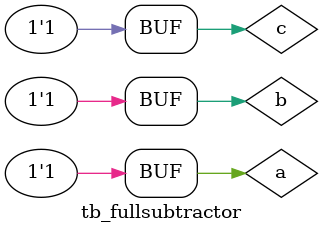
<source format=v>

module tb_fullsubtractor;
  
  reg a,b,c;
  wire diff,borr;
  
  full_subtractor fs(.Diff(diff), .Borr(borr), .a(a), .b(b), .in(c) );
  initial
    begin 
      $monitor($time, "a=%b,b=%b,c=%b,diff=%b,borr=%b",a,b,c,diff,borr);
    
    #10 a=1'b0; b=1'b0; c=1'b0;
    #10 a=1'b0; b=1'b0; c=1'b1;
    #10 a=1'b0; b=1'b1; c=1'b0;
    #10 a=1'b0; b=1'b1; c=1'b1;
    #10 a=1'b1; b=1'b0; c=1'b0;
    #10 a=1'b1; b=1'b0; c=1'b1;
    #10 a=1'b1; b=1'b1; c=1'b0;
    #10 a=1'b1; b=1'b1; c=1'b1;
    end
endmodule

</source>
